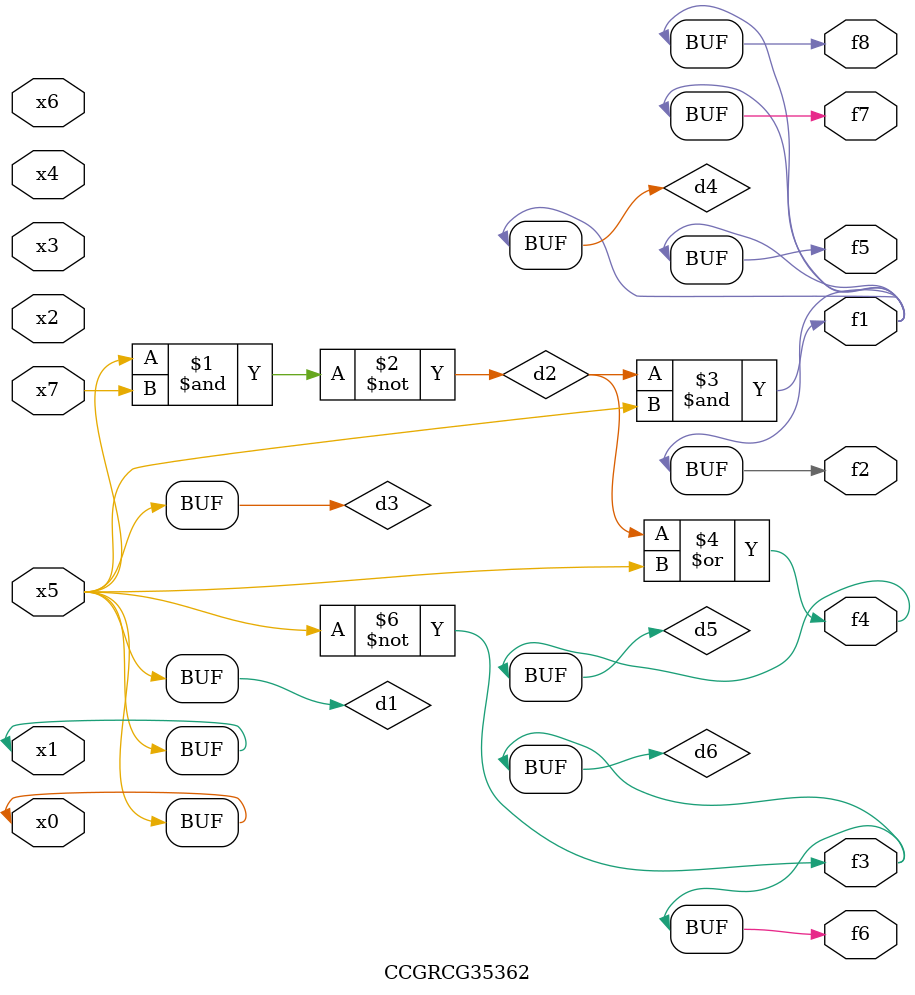
<source format=v>
module CCGRCG35362(
	input x0, x1, x2, x3, x4, x5, x6, x7,
	output f1, f2, f3, f4, f5, f6, f7, f8
);

	wire d1, d2, d3, d4, d5, d6;

	buf (d1, x0, x5);
	nand (d2, x5, x7);
	buf (d3, x0, x1);
	and (d4, d2, d3);
	or (d5, d2, d3);
	nor (d6, d1, d3);
	assign f1 = d4;
	assign f2 = d4;
	assign f3 = d6;
	assign f4 = d5;
	assign f5 = d4;
	assign f6 = d6;
	assign f7 = d4;
	assign f8 = d4;
endmodule

</source>
